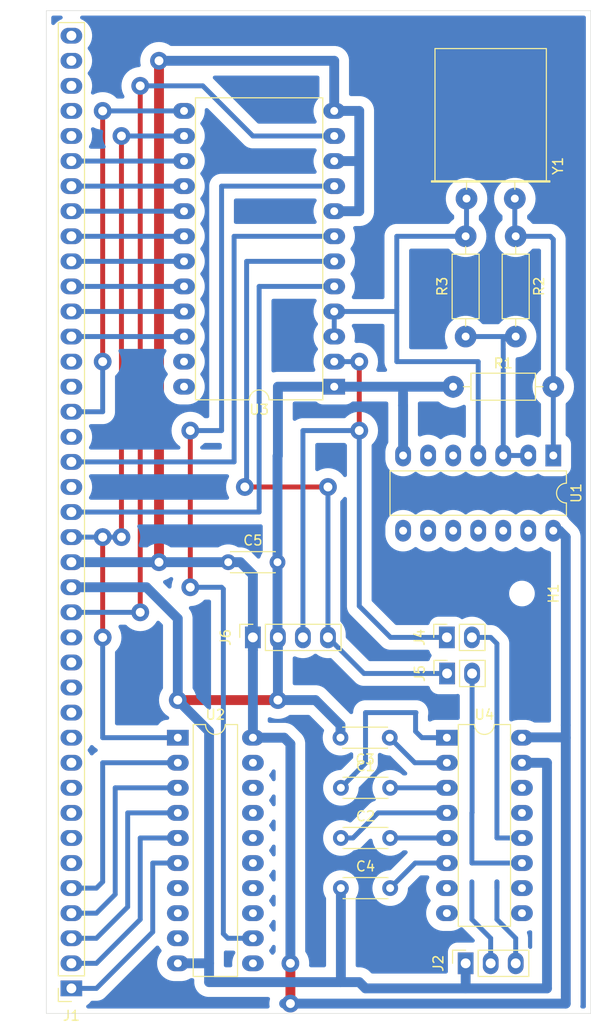
<source format=kicad_pcb>
(kicad_pcb (version 20240108) (generator "pcbnew") (generator_version "8.0")
  (layers (0 "F.Cu" signal) (31 "B.Cu" signal) (34 "B.Paste" user) (35 "F.Paste" user) (36 "B.SilkS" user "B.Silkscreen") (37 "F.SilkS" user "F.Silkscreen") (38 "B.Mask" user) (39 "F.Mask" user) (44 "Edge.Cuts" user))
  (net 0 "")
  (net 1 "Net-(U4-C1+)")
  (net 2 "Net-(U4-C1-)")
  (net 3 "Net-(U4-C2-)")
  (net 4 "Net-(U4-C2+)")
  (net 5 "GND")
  (net 6 "Net-(U4-VS+)")
  (net 7 "Net-(U4-VS-)")
  (net 10 "Net-(J1-D5)")
  (net 12 "Net-(J1-D6)")
  (net 13 "VCC")
  (net 15 "Net-(J1-A13)")
  (net 17 "Net-(J1-RW)")
  (net 18 "Net-(J1-IRQ)")
  (net 19 "Net-(J1-A0)")
  (net 20 "Net-(J1-RESET)")
  (net 21 "Net-(J1-A11)")
  (net 22 "Net-(J1-D1)")
  (net 23 "Net-(J1-A12)")
  (net 26 "Net-(J1-A14)")
  (net 27 "Net-(J1-A15)")
  (net 33 "Net-(J1-PHI2)")
  (net 35 "Net-(J1-D4)")
  (net 36 "Net-(J1-D2)")
  (net 40 "Net-(J1-D0)")
  (net 41 "Net-(J1-D7)")
  (net 44 "Net-(J1-D3)")
  (net 46 "/Pin2")
  (net 47 "/Pin3")
  (net 48 "/RxD")
  (net 49 "/TxD")
  (net 50 "Net-(J4-Pin_2)")
  (net 51 "Net-(J5-Pin_2)")
  (net 52 "Net-(R1-Pad2)")
  (net 53 "Net-(R2-Pad2)")
  (net 54 "Net-(U3-Rx_CLK)")
  (net 55 "Net-(U2-IO8)")
  (footprint "Capacitor_THT:C_Disc_D4.3mm_W1.9mm_P5.00mm" (layer "F.Cu") (at 123.745 137.795 180)
    (property "Reference" "C3" (at 2.5 -2.2 0) (layer "F.SilkS"))
    (property "Value" "1uF")
    (fp_line (start 4.77 1.055) (end 4.77 1.07) (stroke (width 0.12)) (layer "F.SilkS"))
    (fp_line (start 4.77 -1.07) (end 4.77 -1.055) (stroke (width 0.12)) (layer "F.SilkS"))
    (fp_line (start 0.23 1.07) (end 4.77 1.07) (stroke (width 0.12)) (layer "F.SilkS"))
    (fp_line (start 0.23 1.055) (end 0.23 1.07) (stroke (width 0.12)) (layer "F.SilkS"))
    (fp_line (start 0.23 -1.07) (end 4.77 -1.07) (stroke (width 0.12)) (layer "F.SilkS"))
    (fp_line (start 0.23 -1.07) (end 0.23 -1.055) (stroke (width 0.12)) (layer "F.SilkS"))
    (pad "1" thru_hole circle (at 0 0 180) (size 1.6 1.6) (drill 0.8) (layers "*.Cu" "*.Mask") (net 6 "Net-(U4-VS+)"))
    (pad "2" thru_hole circle (at 5 0 180) (size 1.6 1.6) (drill 0.8) (layers "*.Cu" "*.Mask") (net 5 "GND"))
  )
  (footprint "Connector_PinSocket_2.54mm:PinSocket_1x39_P2.54mm_Vertical" (layer "F.Cu") (at 91.44 163.195 180)
    (property "Reference" "J1" (at 0 -2.77 0) (layer "F.SilkS"))
    (property "Value" "RC6502_Backplane")
    (fp_line (start 1.33 1.27) (end 1.33 97.85) (stroke (width 0.12)) (layer "F.SilkS"))
    (fp_line (start 1.33 -1.33) (end 1.33 0) (stroke (width 0.12)) (layer "F.SilkS"))
    (fp_line (start 0 -1.33) (end 1.33 -1.33) (stroke (width 0.12)) (layer "F.SilkS"))
    (fp_line (start -1.33 97.85) (end 1.33 97.85) (stroke (width 0.12)) (layer "F.SilkS"))
    (fp_line (start -1.33 1.27) (end 1.33 1.27) (stroke (width 0.12)) (layer "F.SilkS"))
    (fp_line (start -1.33 1.27) (end -1.33 97.85) (stroke (width 0.12)) (layer "F.SilkS"))
    (pad "1" thru_hole rect (at 0 0 180) (size 2.2 1.6) (drill 1) (layers "*.Cu" "*.Mask") (net 27 "Net-(J1-A15)"))
    (pad "2" thru_hole oval (at 0 2.54 180) (size 2.2 1.6) (drill 1) (layers "*.Cu" "*.Mask") (net 26 "Net-(J1-A14)"))
    (pad "3" thru_hole oval (at 0 5.08 180) (size 2.2 1.6) (drill 1) (layers "*.Cu" "*.Mask") (net 15 "Net-(J1-A13)"))
    (pad "4" thru_hole oval (at 0 7.62 180) (size 2.2 1.6) (drill 1) (layers "*.Cu" "*.Mask") (net 23 "Net-(J1-A12)"))
    (pad "5" thru_hole oval (at 0 10.16 180) (size 2.2 1.6) (drill 1) (layers "*.Cu" "*.Mask") (net 21 "Net-(J1-A11)"))
    (pad "6" thru_hole oval (at 0 12.7 180) (size 2.2 1.6) (drill 1) (layers "*.Cu" "*.Mask"))
    (pad "7" thru_hole oval (at 0 15.24 180) (size 2.2 1.6) (drill 1) (layers "*.Cu" "*.Mask"))
    (pad "8" thru_hole oval (at 0 17.78 180) (size 2.2 1.6) (drill 1) (layers "*.Cu" "*.Mask"))
    (pad "9" thru_hole oval (at 0 20.32 180) (size 2.2 1.6) (drill 1) (layers "*.Cu" "*.Mask"))
    (pad "10" thru_hole oval (at 0 22.86 180) (size 2.2 1.6) (drill 1) (layers "*.Cu" "*.Mask"))
    (pad "11" thru_hole oval (at 0 25.4 180) (size 2.2 1.6) (drill 1) (layers "*.Cu" "*.Mask"))
    (pad "12" thru_hole oval (at 0 27.94 180) (size 2.2 1.6) (drill 1) (layers "*.Cu" "*.Mask"))
    (pad "13" thru_hole oval (at 0 30.48 180) (size 2.2 1.6) (drill 1) (layers "*.Cu" "*.Mask"))
    (pad "14" thru_hole oval (at 0 33.02 180) (size 2.2 1.6) (drill 1) (layers "*.Cu" "*.Mask"))
    (pad "15" thru_hole oval (at 0 35.56 180) (size 2.2 1.6) (drill 1) (layers "*.Cu" "*.Mask"))
    (pad "16" thru_hole oval (at 0 38.1 180) (size 2.2 1.6) (drill 1) (layers "*.Cu" "*.Mask") (net 19 "Net-(J1-A0)"))
    (pad "17" thru_hole oval (at 0 40.64 180) (size 2.2 1.6) (drill 1) (layers "*.Cu" "*.Mask") (net 5 "GND"))
    (pad "18" thru_hole oval (at 0 43.18 180) (size 2.2 1.6) (drill 1) (layers "*.Cu" "*.Mask") (net 13 "VCC"))
    (pad "19" thru_hole oval (at 0 45.72 180) (size 2.2 1.6) (drill 1) (layers "*.Cu" "*.Mask") (net 33 "Net-(J1-PHI2)"))
    (pad "20" thru_hole oval (at 0 48.26 180) (size 2.2 1.6) (drill 1) (layers "*.Cu" "*.Mask") (net 20 "Net-(J1-RESET)"))
    (pad "21" thru_hole oval (at 0 50.8 180) (size 2.2 1.6) (drill 1) (layers "*.Cu" "*.Mask"))
    (pad "22" thru_hole oval (at 0 53.34 180) (size 2.2 1.6) (drill 1) (layers "*.Cu" "*.Mask") (net 18 "Net-(J1-IRQ)"))
    (pad "23" thru_hole oval (at 0 55.88 180) (size 2.2 1.6) (drill 1) (layers "*.Cu" "*.Mask"))
    (pad "24" thru_hole oval (at 0 58.42 180) (size 2.2 1.6) (drill 1) (layers "*.Cu" "*.Mask") (net 17 "Net-(J1-RW)"))
    (pad "25" thru_hole oval (at 0 60.96 180) (size 2.2 1.6) (drill 1) (layers "*.Cu" "*.Mask"))
    (pad "26" thru_hole oval (at 0 63.5 180) (size 2.2 1.6) (drill 1) (layers "*.Cu" "*.Mask"))
    (pad "27" thru_hole oval (at 0 66.04 180) (size 2.2 1.6) (drill 1) (layers "*.Cu" "*.Mask") (net 40 "Net-(J1-D0)"))
    (pad "28" thru_hole oval (at 0 68.58 180) (size 2.2 1.6) (drill 1) (layers "*.Cu" "*.Mask") (net 22 "Net-(J1-D1)"))
    (pad "29" thru_hole oval (at 0 71.12 180) (size 2.2 1.6) (drill 1) (layers "*.Cu" "*.Mask") (net 36 "Net-(J1-D2)"))
    (pad "30" thru_hole oval (at 0 73.66 180) (size 2.2 1.6) (drill 1) (layers "*.Cu" "*.Mask") (net 44 "Net-(J1-D3)"))
    (pad "31" thru_hole oval (at 0 76.2 180) (size 2.2 1.6) (drill 1) (layers "*.Cu" "*.Mask") (net 35 "Net-(J1-D4)"))
    (pad "32" thru_hole oval (at 0 78.74 180) (size 2.2 1.6) (drill 1) (layers "*.Cu" "*.Mask") (net 10 "Net-(J1-D5)"))
    (pad "33" thru_hole oval (at 0 81.28 180) (size 2.2 1.6) (drill 1) (layers "*.Cu" "*.Mask") (net 12 "Net-(J1-D6)"))
    (pad "34" thru_hole oval (at 0 83.82 180) (size 2.2 1.6) (drill 1) (layers "*.Cu" "*.Mask") (net 41 "Net-(J1-D7)"))
    (pad "35" thru_hole oval (at 0 86.36 180) (size 2.2 1.6) (drill 1) (layers "*.Cu" "*.Mask"))
    (pad "36" thru_hole oval (at 0 88.9 180) (size 2.2 1.6) (drill 1) (layers "*.Cu" "*.Mask"))
    (pad "37" thru_hole oval (at 0 91.44 180) (size 2.2 1.6) (drill 1) (layers "*.Cu" "*.Mask"))
    (pad "38" thru_hole oval (at 0 93.98 180) (size 2.2 1.6) (drill 1) (layers "*.Cu" "*.Mask"))
    (pad "39" thru_hole oval (at 0 96.52 180) (size 2.2 1.6) (drill 1) (layers "*.Cu" "*.Mask"))
  )
  (footprint "Capacitor_THT:C_Disc_D4.3mm_W1.9mm_P5.00mm" (layer "F.Cu") (at 107.355 120.015)
    (property "Reference" "C5" (at 2.5 -2.2 0) (layer "F.SilkS"))
    (property "Value" "0.1uF")
    (fp_line (start 0.23 -1.07) (end 0.23 -1.055) (stroke (width 0.12)) (layer "F.SilkS"))
    (fp_line (start 0.23 -1.07) (end 4.77 -1.07) (stroke (width 0.12)) (layer "F.SilkS"))
    (fp_line (start 0.23 1.055) (end 0.23 1.07) (stroke (width 0.12)) (layer "F.SilkS"))
    (fp_line (start 0.23 1.07) (end 4.77 1.07) (stroke (width 0.12)) (layer "F.SilkS"))
    (fp_line (start 4.77 -1.07) (end 4.77 -1.055) (stroke (width 0.12)) (layer "F.SilkS"))
    (fp_line (start 4.77 1.055) (end 4.77 1.07) (stroke (width 0.12)) (layer "F.SilkS"))
    (pad "1" thru_hole circle (at 0 0) (size 1.6 1.6) (drill 0.8) (layers "*.Cu" "*.Mask") (net 13 "VCC"))
    (pad "2" thru_hole circle (at 5 0) (size 1.6 1.6) (drill 0.8) (layers "*.Cu" "*.Mask") (net 5 "GND"))
  )
  (footprint "MountingHole:MountingHole_2.1mm" (layer "F.Cu") (at 137.16 123.19 -90)
    (property "Reference" "H1" (at 0 -3.2 90) (layer "F.SilkS"))
    (property "Value" "MountingHole")
    (pad "" np_thru_hole circle (at 0 0 270) (size 2.1 2.1) (drill 2.1) (layers "*.Cu" "*.Mask"))
  )
  (footprint "Package_DIP:DIP-20_W7.62mm_LongPads" (layer "F.Cu") (at 102.24 137.795)
    (property "Reference" "U2" (at 3.81 -2.33 0) (layer "F.SilkS"))
    (property "Value" "ATF16V8B")
    (fp_line (start 1.56 -1.33) (end 1.56 24.19) (stroke (width 0.12)) (layer "F.SilkS"))
    (fp_line (start 1.56 24.19) (end 6.06 24.19) (stroke (width 0.12)) (layer "F.SilkS"))
    (fp_line (start 2.81 -1.33) (end 1.56 -1.33) (stroke (width 0.12)) (layer "F.SilkS"))
    (fp_line (start 6.06 -1.33) (end 4.81 -1.33) (stroke (width 0.12)) (layer "F.SilkS"))
    (fp_line (start 6.06 24.19) (end 6.06 -1.33) (stroke (width 0.12)) (layer "F.SilkS"))
    (fp_arc (start 4.81 -1.33) (mid 3.81 -0.33) (end 2.81 -1.33) (stroke (width 0.12)) (layer "F.SilkS"))
    (pad "1" thru_hole rect (at 0 0) (size 2.2 1.6) (drill 0.8) (layers "*.Cu" "*.Mask") (net 33 "Net-(J1-PHI2)"))
    (pad "2" thru_hole oval (at 0 2.54) (size 2.2 1.6) (drill 0.8) (layers "*.Cu" "*.Mask") (net 21 "Net-(J1-A11)"))
    (pad "3" thru_hole oval (at 0 5.08) (size 2.2 1.6) (drill 0.8) (layers "*.Cu" "*.Mask") (net 23 "Net-(J1-A12)"))
    (pad "4" thru_hole oval (at 0 7.62) (size 2.2 1.6) (drill 0.8) (layers "*.Cu" "*.Mask") (net 15 "Net-(J1-A13)"))
    (pad "5" thru_hole oval (at 0 10.16) (size 2.2 1.6) (drill 0.8) (layers "*.Cu" "*.Mask") (net 26 "Net-(J1-A14)"))
    (pad "6" thru_hole oval (at 0 12.7) (size 2.2 1.6) (drill 0.8) (layers "*.Cu" "*.Mask") (net 27 "Net-(J1-A15)"))
    (pad "7" thru_hole oval (at 0 15.24) (size 2.2 1.6) (drill 0.8) (layers "*.Cu" "*.Mask"))
    (pad "8" thru_hole oval (at 0 17.78) (size 2.2 1.6) (drill 0.8) (layers "*.Cu" "*.Mask"))
    (pad "9" thru_hole oval (at 0 20.32) (size 2.2 1.6) (drill 0.8) (layers "*.Cu" "*.Mask"))
    (pad "10" thru_hole oval (at 0 22.86) (size 2.2 1.6) (drill 0.8) (layers "*.Cu" "*.Mask") (net 5 "GND"))
    (pad "11" thru_hole oval (at 7.62 22.86) (size 2.2 1.6) (drill 0.8) (layers "*.Cu" "*.Mask"))
    (pad "12" thru_hole oval (at 7.62 20.32) (size 2.2 1.6) (drill 0.8) (layers "*.Cu" "*.Mask") (net 55 "Net-(U2-IO8)"))
    (pad "13" thru_hole oval (at 7.62 17.78) (size 2.2 1.6) (drill 0.8) (layers "*.Cu" "*.Mask"))
    (pad "14" thru_hole oval (at 7.62 15.24) (size 2.2 1.6) (drill 0.8) (layers "*.Cu" "*.Mask"))
    (pad "15" thru_hole oval (at 7.62 12.7) (size 2.2 1.6) (drill 0.8) (layers "*.Cu" "*.Mask"))
    (pad "16" thru_hole oval (at 7.62 10.16) (size 2.2 1.6) (drill 0.8) (layers "*.Cu" "*.Mask"))
    (pad "17" thru_hole oval (at 7.62 7.62) (size 2.2 1.6) (drill 0.8) (layers "*.Cu" "*.Mask"))
    (pad "18" thru_hole oval (at 7.62 5.08) (size 2.2 1.6) (drill 0.8) (layers "*.Cu" "*.Mask"))
    (pad "19" thru_hole oval (at 7.62 2.54) (size 2.2 1.6) (drill 0.8) (layers "*.Cu" "*.Mask"))
    (pad "20" thru_hole oval (at 7.62 0) (size 2.2 1.6) (drill 0.8) (layers "*.Cu" "*.Mask") (net 13 "VCC"))
  )
  (footprint "Connector_PinSocket_2.54mm:PinSocket_1x03_P2.54mm_Vertical" (layer "F.Cu") (at 131.445 160.655 90)
    (property "Reference" "J2" (at 0 -2.77 90) (layer "F.SilkS"))
    (property "Value" "RS232")
    (fp_line (start 1.33 -1.33) (end 1.33 0) (stroke (width 0.12)) (layer "F.SilkS"))
    (fp_line (start 0 -1.33) (end 1.33 -1.33) (stroke (width 0.12)) (layer "F.SilkS"))
    (fp_line (start 1.33 1.27) (end 1.33 6.41) (stroke (width 0.12)) (layer "F.SilkS"))
    (fp_line (start -1.33 1.27) (end 1.33 1.27) (stroke (width 0.12)) (layer "F.SilkS"))
    (fp_line (start -1.33 1.27) (end -1.33 6.41) (stroke (width 0.12)) (layer "F.SilkS"))
    (fp_line (start -1.33 6.41) (end 1.33 6.41) (stroke (width 0.12)) (layer "F.SilkS"))
    (pad "1" thru_hole rect (at 0 0 90) (size 2.2 1.6) (drill 1) (layers "*.Cu" "*.Mask") (net 5 "GND"))
    (pad "2" thru_hole oval (at 0 2.54 90) (size 2.2 1.6) (drill 1) (layers "*.Cu" "*.Mask") (net 46 "/Pin2"))
    (pad "3" thru_hole oval (at 0 5.08 90) (size 2.2 1.6) (drill 1) (layers "*.Cu" "*.Mask") (net 47 "/Pin3"))
  )
  (footprint "Resistor_THT:R_Axial_DIN0207_L6.3mm_D2.5mm_P10.16mm_Horizontal" (layer "F.Cu") (at 130.175 102.235)
    (property "Reference" "R1" (at 5.08 -2.37 0) (layer "F.SilkS"))
    (property "Value" "33k")
    (fp_line (start 1.04 0) (end 1.81 0) (stroke (width 0.12)) (layer "F.SilkS"))
    (fp_line (start 1.81 -1.37) (end 1.81 1.37) (stroke (width 0.12)) (layer "F.SilkS"))
    (fp_line (start 1.81 1.37) (end 8.35 1.37) (stroke (width 0.12)) (layer "F.SilkS"))
    (fp_line (start 8.35 -1.37) (end 1.81 -1.37) (stroke (width 0.12)) (layer "F.SilkS"))
    (fp_line (start 8.35 1.37) (end 8.35 -1.37) (stroke (width 0.12)) (layer "F.SilkS"))
    (fp_line (start 9.12 0) (end 8.35 0) (stroke (width 0.12)) (layer "F.SilkS"))
    (pad "1" thru_hole circle (at 0 0) (size 2.2 1.6) (drill 0.8) (layers "*.Cu" "*.Mask") (net 5 "GND"))
    (pad "2" thru_hole circle (at 10.16 0) (size 2.2 2.2) (drill 0.8) (layers "*.Cu" "*.Mask") (net 52 "Net-(R1-Pad2)"))
  )
  (footprint "Resistor_THT:R_Axial_DIN0207_L6.3mm_D2.5mm_P10.16mm_Horizontal" (layer "F.Cu") (at 131.445 97.155 90)
    (property "Reference" "R3" (at 5.08 -2.37 90) (layer "F.SilkS"))
    (property "Value" "1.8k")
    (fp_line (start 8.35 -1.37) (end 1.81 -1.37) (stroke (width 0.12)) (layer "F.SilkS"))
    (fp_line (start 1.81 -1.37) (end 1.81 1.37) (stroke (width 0.12)) (layer "F.SilkS"))
    (fp_line (start 9.12 0) (end 8.35 0) (stroke (width 0.12)) (layer "F.SilkS"))
    (fp_line (start 1.04 0) (end 1.81 0) (stroke (width 0.12)) (layer "F.SilkS"))
    (fp_line (start 8.35 1.37) (end 8.35 -1.37) (stroke (width 0.12)) (layer "F.SilkS"))
    (fp_line (start 1.81 1.37) (end 8.35 1.37) (stroke (width 0.12)) (layer "F.SilkS"))
    (pad "1" thru_hole circle (at 0 0 90) (size 2.2 1.6) (drill 0.8) (layers "*.Cu" "*.Mask") (net 53 "Net-(R2-Pad2)"))
    (pad "2" thru_hole circle (at 10.16 0 90) (size 2.2 2.2) (drill 0.8) (layers "*.Cu" "*.Mask") (net 54 "Net-(U3-Rx_CLK)"))
  )
  (footprint "Resistor_THT:R_Axial_DIN0207_L6.3mm_D2.5mm_P10.16mm_Horizontal" (layer "F.Cu") (at 136.525 86.995 -90)
    (property "Reference" "R2" (at 5.08 -2.37 90) (layer "F.SilkS"))
    (property "Value" "1.8k")
    (fp_line (start 1.81 1.37) (end 8.35 1.37) (stroke (width 0.12)) (layer "F.SilkS"))
    (fp_line (start 8.35 1.37) (end 8.35 -1.37) (stroke (width 0.12)) (layer "F.SilkS"))
    (fp_line (start 1.04 0) (end 1.81 0) (stroke (width 0.12)) (layer "F.SilkS"))
    (fp_line (start 9.12 0) (end 8.35 0) (stroke (width 0.12)) (layer "F.SilkS"))
    (fp_line (start 1.81 -1.37) (end 1.81 1.37) (stroke (width 0.12)) (layer "F.SilkS"))
    (fp_line (start 8.35 -1.37) (end 1.81 -1.37) (stroke (width 0.12)) (layer "F.SilkS"))
    (pad "1" thru_hole circle (at 0 0 270) (size 2.2 1.6) (drill 0.8) (layers "*.Cu" "*.Mask") (net 52 "Net-(R1-Pad2)"))
    (pad "2" thru_hole circle (at 10.16 0 270) (size 2.2 2.2) (drill 0.8) (layers "*.Cu" "*.Mask") (net 53 "Net-(R2-Pad2)"))
  )
  (footprint "Connector_PinSocket_2.54mm:PinSocket_1x04_P2.54mm_Vertical" (layer "F.Cu") (at 109.855 127.635 90)
    (property "Reference" "J6" (at 0 -2.77 90) (layer "F.SilkS"))
    (property "Value" "UART")
    (fp_line (start 1.33 -1.33) (end 1.33 0) (stroke (width 0.12)) (layer "F.SilkS"))
    (fp_line (start 0 -1.33) (end 1.33 -1.33) (stroke (width 0.12)) (layer "F.SilkS"))
    (fp_line (start 1.33 1.27) (end 1.33 8.95) (stroke (width 0.12)) (layer "F.SilkS"))
    (fp_line (start -1.33 1.27) (end 1.33 1.27) (stroke (width 0.12)) (layer "F.SilkS"))
    (fp_line (start -1.33 1.27) (end -1.33 8.95) (stroke (width 0.12)) (layer "F.SilkS"))
    (fp_line (start -1.33 8.95) (end 1.33 8.95) (stroke (width 0.12)) (layer "F.SilkS"))
    (pad "1" thru_hole rect (at 0 0 90) (size 2.2 1.6) (drill 1) (layers "*.Cu" "*.Mask") (net 13 "VCC"))
    (pad "2" thru_hole oval (at 0 2.54 90) (size 2.2 1.6) (drill 1) (layers "*.Cu" "*.Mask") (net 5 "GND"))
    (pad "3" thru_hole oval (at 0 5.08 90) (size 2.2 1.6) (drill 1) (layers "*.Cu" "*.Mask") (net 48 "/RxD"))
    (pad "4" thru_hole oval (at 0 7.62 90) (size 2.2 1.6) (drill 1) (layers "*.Cu" "*.Mask") (net 49 "/TxD"))
  )
  (footprint "Connector_PinSocket_2.54mm:PinSocket_1x02_P2.54mm_Vertical" (layer "F.Cu") (at 129.54 127.635 90)
    (property "Reference" "J4" (at 0 -2.77 90) (layer "F.SilkS"))
    (property "Value" "Conn_01x02_Pin")
    (fp_line (start 1.33 -1.33) (end 1.33 0) (stroke (width 0.12)) (layer "F.SilkS"))
    (fp_line (start 0 -1.33) (end 1.33 -1.33) (stroke (width 0.12)) (layer "F.SilkS"))
    (fp_line (start 1.33 1.27) (end 1.33 3.87) (stroke (width 0.12)) (layer "F.SilkS"))
    (fp_line (start -1.33 1.27) (end 1.33 1.27) (stroke (width 0.12)) (layer "F.SilkS"))
    (fp_line (start -1.33 1.27) (end -1.33 3.87) (stroke (width 0.12)) (layer "F.SilkS"))
    (fp_line (start -1.33 3.87) (end 1.33 3.87) (stroke (width 0.12)) (layer "F.SilkS"))
    (pad "1" thru_hole rect (at 0 0 90) (size 2.2 1.6) (drill 1) (layers "*.Cu" "*.Mask") (net 48 "/RxD"))
    (pad "2" thru_hole oval (at 0 2.54 90) (size 2.2 1.6) (drill 1) (layers "*.Cu" "*.Mask") (net 50 "Net-(J4-Pin_2)"))
  )
  (footprint "Capacitor_THT:C_Disc_D4.3mm_W1.9mm_P5.00mm" (layer "F.Cu") (at 118.785 153.035)
    (property "Reference" "C4" (at 2.5 -2.2 0) (layer "F.SilkS"))
    (property "Value" "1uF")
    (fp_line (start 0.23 -1.07) (end 0.23 -1.055) (stroke (width 0.12)) (layer "F.SilkS"))
    (fp_line (start 0.23 -1.07) (end 4.77 -1.07) (stroke (width 0.12)) (layer "F.SilkS"))
    (fp_line (start 0.23 1.055) (end 0.23 1.07) (stroke (width 0.12)) (layer "F.SilkS"))
    (fp_line (start 0.23 1.07) (end 4.77 1.07) (stroke (width 0.12)) (layer "F.SilkS"))
    (fp_line (start 4.77 -1.07) (end 4.77 -1.055) (stroke (width 0.12)) (layer "F.SilkS"))
    (fp_line (start 4.77 1.055) (end 4.77 1.07) (stroke (width 0.12)) (layer "F.SilkS"))
    (pad "1" thru_hole circle (at 0 0) (size 1.6 1.6) (drill 0.8) (layers "*.Cu" "*.Mask") (net 5 "GND"))
    (pad "2" thru_hole circle (at 5 0) (size 1.6 1.6) (drill 0.8) (layers "*.Cu" "*.Mask") (net 7 "Net-(U4-VS-)"))
  )
  (footprint "Capacitor_THT:C_Disc_D4.3mm_W1.9mm_P5.00mm" (layer "F.Cu") (at 118.785 147.955)
    (property "Reference" "C2" (at 2.5 -2.2 0) (layer "F.SilkS"))
    (property "Value" "1uF")
    (fp_line (start 0.23 -1.07) (end 0.23 -1.055) (stroke (width 0.12)) (layer "F.SilkS"))
    (fp_line (start 0.23 -1.07) (end 4.77 -1.07) (stroke (width 0.12)) (layer "F.SilkS"))
    (fp_line (start 0.23 1.055) (end 0.23 1.07) (stroke (width 0.12)) (layer "F.SilkS"))
    (fp_line (start 0.23 1.07) (end 4.77 1.07) (stroke (width 0.12)) (layer "F.SilkS"))
    (fp_line (start 4.77 -1.07) (end 4.77 -1.055) (stroke (width 0.12)) (layer "F.SilkS"))
    (fp_line (start 4.77 1.055) (end 4.77 1.07) (stroke (width 0.12)) (layer "F.SilkS"))
    (pad "1" thru_hole circle (at 0 0) (size 1.6 1.6) (drill 0.8) (layers "*.Cu" "*.Mask") (net 4 "Net-(U4-C2+)"))
    (pad "2" thru_hole circle (at 5 0) (size 1.6 1.6) (drill 0.8) (layers "*.Cu" "*.Mask") (net 3 "Net-(U4-C2-)"))
  )
  (footprint "Package_DIP:DIP-16_W7.62mm" (layer "F.Cu") (at 129.54 137.795)
    (property "Reference" "U4" (at 3.81 -2.33 0) (layer "F.SilkS"))
    (property "Value" "MAX3232")
    (fp_line (start 1.16 -1.33) (end 1.16 19.11) (stroke (width 0.12)) (layer "F.SilkS"))
    (fp_line (start 1.16 19.11) (end 6.46 19.11) (stroke (width 0.12)) (layer "F.SilkS"))
    (fp_line (start 2.81 -1.33) (end 1.16 -1.33) (stroke (width 0.12)) (layer "F.SilkS"))
    (fp_line (start 6.46 -1.33) (end 4.81 -1.33) (stroke (width 0.12)) (layer "F.SilkS"))
    (fp_line (start 6.46 19.11) (end 6.46 -1.33) (stroke (width 0.12)) (layer "F.SilkS"))
    (fp_arc (start 4.81 -1.33) (mid 3.81 -0.33) (end 2.81 -1.33) (stroke (width 0.12)) (layer "F.SilkS"))
    (pad "1" thru_hole rect (at 0 0) (size 2.2 1.6) (drill 0.8) (layers "*.Cu" "*.Mask") (net 1 "Net-(U4-C1+)"))
    (pad "2" thru_hole oval (at 0 2.54) (size 2.2 1.6) (drill 0.8) (layers "*.Cu" "*.Mask") (net 6 "Net-(U4-VS+)"))
    (pad "3" thru_hole oval (at 0 5.08) (size 2.2 1.6) (drill 0.8) (layers "*.Cu" "*.Mask") (net 2 "Net-(U4-C1-)"))
    (pad "4" thru_hole oval (at 0 7.62) (size 2.2 1.6) (drill 0.8) (layers "*.Cu" "*.Mask") (net 4 "Net-(U4-C2+)"))
    (pad "5" thru_hole oval (at 0 10.16) (size 2.2 1.6) (drill 0.8) (layers "*.Cu" "*.Mask") (net 3 "Net-(U4-C2-)"))
    (pad "6" thru_hole oval (at 0 12.7) (size 2.2 1.6) (drill 0.8) (layers "*.Cu" "*.Mask") (net 7 "Net-(U4-VS-)"))
    (pad "7" thru_hole oval (at 0 15.24) (size 2.2 1.6) (drill 0.8) (layers "*.Cu" "*.Mask"))
    (pad "8" thru_hole oval (at 0 17.78) (size 2.2 1.6) (drill 0.8) (layers "*.Cu" "*.Mask"))
    (pad "9" thru_hole oval (at 7.62 17.78) (size 2.2 1.6) (drill 0.8) (layers "*.Cu" "*.Mask"))
    (pad "10" thru_hole oval (at 7.62 15.24) (size 2.2 1.6) (drill 0.8) (layers "*.Cu" "*.Mask"))
    (pad "11" thru_hole oval (at 7.62 12.7) (size 2.2 1.6) (drill 0.8) (layers "*.Cu" "*.Mask") (net 51 "Net-(J5-Pin_2)"))
    (pad "12" thru_hole oval (at 7.62 10.16) (size 2.2 1.6) (drill 0.8) (layers "*.Cu" "*.Mask") (net 50 "Net-(J4-Pin_2)"))
    (pad "13" thru_hole oval (at 7.62 7.62) (size 2.2 1.6) (drill 0.8) (layers "*.Cu" "*.Mask") (net 46 "/Pin2"))
    (pad "14" thru_hole oval (at 7.62 5.08) (size 2.2 1.6) (drill 0.8) (layers "*.Cu" "*.Mask") (net 47 "/Pin3"))
    (pad "15" thru_hole oval (at 7.62 2.54) (size 2.2 1.6) (drill 0.8) (layers "*.Cu" "*.Mask") (net 5 "GND"))
    (pad "16" thru_hole oval (at 7.62 0) (size 2.2 1.6) (drill 0.8) (layers "*.Cu" "*.Mask") (net 13 "VCC"))
  )
  (footprint "Capacitor_THT:C_Disc_D4.3mm_W1.9mm_P5.00mm" (layer "F.Cu") (at 118.785 142.875)
    (property "Reference" "C1" (at 2.5 -2.2 0) (layer "F.SilkS"))
    (property "Value" "1uF")
    (fp_line (start 0.23 -1.07) (end 0.23 -1.055) (stroke (width 0.12)) (layer "F.SilkS"))
    (fp_line (start 0.23 -1.07) (end 4.77 -1.07) (stroke (width 0.12)) (layer "F.SilkS"))
    (fp_line (start 0.23 1.055) (end 0.23 1.07) (stroke (width 0.12)) (layer "F.SilkS"))
    (fp_line (start 0.23 1.07) (end 4.77 1.07) (stroke (width 0.12)) (layer "F.SilkS"))
    (fp_line (start 4.77 -1.07) (end 4.77 -1.055) (stroke (width 0.12)) (layer "F.SilkS"))
    (fp_line (start 4.77 1.055) (end 4.77 1.07) (stroke (width 0.12)) (layer "F.SilkS"))
    (pad "1" thru_hole circle (at 0 0) (size 1.6 1.6) (drill 0.8) (layers "*.Cu" "*.Mask") (net 1 "Net-(U4-C1+)"))
    (pad "2" thru_hole circle (at 5 0) (size 1.6 1.6) (drill 0.8) (layers "*.Cu" "*.Mask") (net 2 "Net-(U4-C1-)"))
  )
  (footprint "Package_DIP:DIP-24_W15.24mm" (layer "F.Cu") (at 118.11 102.235 180)
    (property "Reference" "U3" (at 7.62 -2.33 0) (layer "F.SilkS"))
    (property "Value" "MC6850")
    (fp_line (start 14.08 29.27) (end 14.08 -1.33) (stroke (width 0.12)) (layer "F.SilkS"))
    (fp_line (start 14.08 -1.33) (end 8.62 -1.33) (stroke (width 0.12)) (layer "F.SilkS"))
    (fp_line (start 6.62 -1.33) (end 1.16 -1.33) (stroke (width 0.12)) (layer "F.SilkS"))
    (fp_line (start 1.16 29.27) (end 14.08 29.27) (stroke (width 0.12)) (layer "F.SilkS"))
    (fp_line (start 1.16 -1.33) (end 1.16 29.27) (stroke (width 0.12)) (layer "F.SilkS"))
    (fp_arc (start 8.62 -1.33) (mid 7.62 -0.33) (end 6.62 -1.33) (stroke (width 0.12)) (layer "F.SilkS"))
    (pad "1" thru_hole rect (at 0 0 180) (size 2.2 1.6) (drill 0.8) (layers "*.Cu" "*.Mask") (net 5 "GND"))
    (pad "2" thru_hole oval (at 0 2.54 180) (size 2.2 1.6) (drill 0.8) (layers "*.Cu" "*.Mask") (net 48 "/RxD"))
    (pad "3" thru_hole oval (at 0 5.08 180) (size 2.2 1.6) (drill 0.8) (layers "*.Cu" "*.Mask") (net 54 "Net-(U3-Rx_CLK)"))
    (pad "4" thru_hole oval (at 0 7.62 180) (size 2.2 1.6) (drill 0.8) (layers "*.Cu" "*.Mask") (net 54 "Net-(U3-Rx_CLK)"))
    (pad "5" thru_hole oval (at 0 10.16 180) (size 2.2 1.6) (drill 0.8) (layers "*.Cu" "*.Mask") (net 20 "Net-(J1-RESET)"))
    (pad "6" thru_hole oval (at 0 12.7 180) (size 2.2 1.6) (drill 0.8) (layers "*.Cu" "*.Mask") (net 49 "/TxD"))
    (pad "7" thru_hole oval (at 0 15.24 180) (size 2.2 1.6) (drill 0.8) (layers "*.Cu" "*.Mask") (net 18 "Net-(J1-IRQ)"))
    (pad "8" thru_hole oval (at 0 17.78 180) (size 2.2 1.6) (drill 0.8) (layers "*.Cu" "*.Mask") (net 13 "VCC"))
    (pad "9" thru_hole oval (at 0 20.32 180) (size 2.2 1.6) (drill 0.8) (layers "*.Cu" "*.Mask") (net 55 "Net-(U2-IO8)"))
    (pad "10" thru_hole oval (at 0 22.86 180) (size 2.2 1.6) (drill 0.8) (layers "*.Cu" "*.Mask") (net 13 "VCC"))
    (pad "11" thru_hole oval (at 0 25.4 180) (size 2.2 1.6) (drill 0.8) (layers "*.Cu" "*.Mask") (net 19 "Net-(J1-A0)"))
    (pad "12" thru_hole oval (at 0 27.94 180) (size 2.2 1.6) (drill 0.8) (layers "*.Cu" "*.Mask") (net 13 "VCC"))
    (pad "13" thru_hole oval (at 15.24 27.94 180) (size 2.2 1.6) (drill 0.8) (layers "*.Cu" "*.Mask") (net 17 "Net-(J1-RW)"))
    (pad "14" thru_hole oval (at 15.24 25.4 180) (size 2.2 1.6) (drill 0.8) (layers "*.Cu" "*.Mask") (net 33 "Net-(J1-PHI2)"))
    (pad "15" thru_hole oval (at 15.24 22.86 180) (size 2.2 1.6) (drill 0.8) (layers "*.Cu" "*.Mask") (net 41 "Net-(J1-D7)"))
    (pad "16" thru_hole oval (at 15.24 20.32 180) (size 2.2 1.6) (drill 0.8) (layers "*.Cu" "*.Mask") (net 12 "Net-(J1-D6)"))
    (pad "17" thru_hole oval (at 15.24 17.78 180) (size 2.2 1.6) (drill 0.8) (layers "*.Cu" "*.Mask") (net 10 "Net-(J1-D5)"))
    (pad "18" thru_hole oval (at 15.24 15.24 180) (size 2.2 1.6) (drill 0.8) (layers "*.Cu" "*.Mask") (net 35 "Net-(J1-D4)"))
    (pad "19" thru_hole oval (at 15.24 12.7 180) (size 2.2 1.6) (drill 0.8) (layers "*.Cu" "*.Mask") (net 44 "Net-(J1-D3)"))
    (pad "20" thru_hole oval (at 15.24 10.16 180) (size 2.2 1.6) (drill 0.8) (layers "*.Cu" "*.Mask") (net 36 "Net-(J1-D2)"))
    (pad "21" thru_hole oval (at 15.24 7.62 180) (size 2.2 1.6) (drill 0.8) (layers "*.Cu" "*.Mask") (net 22 "Net-(J1-D1)"))
    (pad "22" thru_hole oval (at 15.24 5.08 180) (size 2.2 1.6) (drill 0.8) (layers "*.Cu" "*.Mask") (net 40 "Net-(J1-D0)"))
    (pad "23" thru_hole oval (at 15.24 2.54 180) (size 2.2 1.6) (drill 0.8) (layers "*.Cu" "*.Mask"))
    (pad "24" thru_hole oval (at 15.24 0 180) (size 2.2 1.6) (drill 0.8) (layers "*.Cu" "*.Mask"))
  )
  (footprint "Crystal:Crystal_HC49-U_Horizontal" (layer "F.Cu") (at 136.435 83.1775 180)
    (property "Reference" "Y1" (at -4.375 3.3125 90) (layer "F.SilkS"))
    (property "Value" "1.8433Mhz")
    (fp_line (start 8.45 1.8) (end -3.55 1.8) (stroke (width 0.12)) (layer "F.SilkS"))
    (fp_line (start 8.45 1.68) (end 8.45 1.8) (stroke (width 0.12)) (layer "F.SilkS"))
    (fp_line (start 8.1 15.2) (end 8.1 1.8) (stroke (width 0.12)) (layer "F.SilkS"))
    (fp_line (start 8.1 1.8) (end -3.2 1.8) (stroke (width 0.12)) (layer "F.SilkS"))
    (fp_line (start 4.9 1.8) (end 4.9 0.95) (stroke (width 0.12)) (layer "F.SilkS"))
    (fp_line (start 4.9 0.95) (end 4.9 0.95) (stroke (width 0.12)) (layer "F.SilkS"))
    (fp_line (start 0 1.8) (end 0 0.95) (stroke (width 0.12)) (layer "F.SilkS"))
    (fp_line (start 0 0.95) (end 0 0.95) (stroke (width 0.12)) (layer "F.SilkS"))
    (fp_line (start -3.2 15.2) (end 8.1 15.2) (stroke (width 0.12)) (layer "F.SilkS"))
    (fp_line (start -3.2 1.8) (end -3.2 15.2) (stroke (width 0.12)) (layer "F.SilkS"))
    (fp_line (start -3.55 1.8) (end -3.55 1.68) (stroke (width 0.12)) (layer "F.SilkS"))
    (fp_line (start -3.55 1.68) (end 8.45 1.68) (stroke (width 0.12)) (layer "F.SilkS"))
    (pad "1" thru_hole circle (at 0 0 180) (size 2.2 2.2) (drill 0.8) (layers "*.Cu" "*.Mask") (net 52 "Net-(R1-Pad2)"))
    (pad "2" thru_hole circle (at 4.9 0 180) (size 2.2 2.2) (drill 0.8) (layers "*.Cu" "*.Mask") (net 54 "Net-(U3-Rx_CLK)"))
  )
  (footprint "Connector_PinSocket_2.54mm:PinSocket_1x02_P2.54mm_Vertical" (layer "F.Cu") (at 129.56 131.29 90)
    (property "Reference" "J5" (at 0 -2.77 90) (layer "F.SilkS"))
    (property "Value" "Conn_01x02_Pin")
    (fp_line (start 1.33 -1.33) (end 1.33 0) (stroke (width 0.12)) (layer "F.SilkS"))
    (fp_line (start 0 -1.33) (end 1.33 -1.33) (stroke (width 0.12)) (layer "F.SilkS"))
    (fp_line (start 1.33 1.27) (end 1.33 3.87) (stroke (width 0.12)) (layer "F.SilkS"))
    (fp_line (start -1.33 1.27) (end 1.33 1.27) (stroke (width 0.12)) (layer "F.SilkS"))
    (fp_line (start -1.33 1.27) (end -1.33 3.87) (stroke (width 0.12)) (layer "F.SilkS"))
    (fp_line (start -1.33 3.87) (end 1.33 3.87) (stroke (width 0.12)) (layer "F.SilkS"))
    (pad "1" thru_hole rect (at 0 0 90) (size 2.2 1.6) (drill 1) (layers "*.Cu" "*.Mask") (net 49 "/TxD"))
    (pad "2" thru_hole oval (at 0 2.54 90) (size 2.2 1.6) (drill 1) (layers "*.Cu" "*.Mask") (net 51 "Net-(J5-Pin_2)"))
  )
  (footprint "Package_DIP:DIP-14_W7.62mm_LongPads" (layer "F.Cu") (at 140.34 109.205 -90)
    (property "Reference" "U1" (at 3.81 -2.33 90) (layer "F.SilkS"))
    (property "Value" "74LS04")
    (fp_line (start 1.56 16.57) (end 6.06 16.57) (stroke (width 0.12)) (layer "F.SilkS"))
    (fp_line (start 6.06 16.57) (end 6.06 -1.33) (stroke (width 0.12)) (layer "F.SilkS"))
    (fp_line (start 1.56 -1.33) (end 1.56 16.57) (stroke (width 0.12)) (layer "F.SilkS"))
    (fp_line (start 2.81 -1.33) (end 1.56 -1.33) (stroke (width 0.12)) (layer "F.SilkS"))
    (fp_line (start 6.06 -1.33) (end 4.81 -1.33) (stroke (width 0.12)) (layer "F.SilkS"))
    (fp_arc (start 4.81 -1.33) (mid 3.81 -0.33) (end 2.81 -1.33) (stroke (width 0.12)) (layer "F.SilkS"))
    (pad "1" thru_hole rect (at 0 0 270) (size 2.2 1.6) (drill 0.8) (layers "*.Cu" "*.Mask") (net 52 "Net-(R1-Pad2)"))
    (pad "2" thru_hole oval (at 0 2.54 270) (size 2.2 1.6) (drill 0.8) (layers "*.Cu" "*.Mask") (net 53 "Net-(R2-Pad2)"))
    (pad "3" thru_hole oval (at 0 5.08 270) (size 2.2 1.6) (drill 0.8) (layers "*.Cu" "*.Mask") (net 53 "Net-(R2-Pad2)"))
    (pad "4" thru_hole oval (at 0 7.62 270) (size 2.2 1.6) (drill 0.8) (layers "*.Cu" "*.Mask") (net 54 "Net-(U3-Rx_CLK)"))
    (pad "5" thru_hole oval (at 0 10.16 270) (size 2.2 1.6) (drill 0.8) (layers "*.Cu" "*.Mask"))
    (pad "6" thru_hole oval (at 0 12.7 270) (size 2.2 1.6) (drill 0.8) (layers "*.Cu" "*.Mask"))
    (pad "7" thru_hole oval (at 0 15.24 270) (size 2.2 1.6) (drill 0.8) (layers "*.Cu" "*.Mask") (net 5 "GND"))
    (pad "8" thru_hole oval (at 7.62 15.24 270) (size 2.2 1.6) (drill 0.8) (layers "*.Cu" "*.Mask"))
    (pad "9" thru_hole oval (at 7.62 12.7 270) (size 2.2 1.6) (drill 0.8) (layers "*.Cu" "*.Mask"))
    (pad "10" thru_hole oval (at 7.62 10.16 270) (size 2.2 1.6) (drill 0.8) (layers "*.Cu" "*.Mask"))
    (pad "11" thru_hole oval (at 7.62 7.62 270) (size 2.2 1.6) (drill 0.8) (layers "*.Cu" "*.Mask"))
    (pad "12" thru_hole oval (at 7.62 5.08 270) (size 2.2 1.6) (drill 0.8) (layers "*.Cu" "*.Mask"))
    (pad "13" thru_hole oval (at 7.62 2.54 270) (size 2.2 1.6) (drill 0.8) (layers "*.Cu" "*.Mask"))
    (pad "14" thru_hole oval (at 7.62 0 270) (size 2.2 1.6) (drill 0.8) (layers "*.Cu" "*.Mask") (net 13 "VCC"))
  )
  (gr_line (start 144.145 165.735) (end 144.145 64.135) (stroke (width 0.05)) (layer "Edge.Cuts"))
  (gr_line (start 88.9 64.135) (end 88.9 165.735) (stroke (width 0.05)) (layer "Edge.Cuts"))
  (gr_line (start 88.9 165.735) (end 144.145 165.735) (stroke (width 0.05)) (layer "Edge.Cuts"))
  (gr_line (start 144.145 64.135) (end 88.9 64.135) (stroke (width 0.05)) (layer "Edge.Cuts"))
  (segment (start 121.285 135.255) (end 121.285 140.375) (width 0.5) (layer "B.Cu") (net 1))
  (segment (start 126.365 135.295) (end 126.405 135.255) (width 0.5) (layer "B.Cu") (net 1))
  (segment (start 127 137.795) (end 126.365 137.16) (width 0.5) (layer "B.Cu") (net 1))
  (segment (start 126.405 135.255) (end 121.285 135.255) (width 0.5) (layer "B.Cu") (net 1))
  (segment (start 129.54 137.795) (end 127 137.795) (width 0.5) (layer "B.Cu") (net 1))
  (segment (start 121.285 140.375) (end 118.785 142.875) (width 0.5) (layer "B.Cu") (net 1))
  (segment (start 126.365 137.16) (end 126.365 135.295) (width 0.5) (layer "B.Cu") (net 1))
  (segment (start 123.785 142.875) (end 129.54 142.875) (width 0.5) (layer "B.Cu") (net 2))
  (segment (start 123.785 147.955) (end 129.54 147.955) (width 0.5) (layer "B.Cu") (net 3))
  (segment (start 118.785 147.955) (end 120.015 147.955) (width 0.5) (layer "B.Cu") (net 4))
  (segment (start 120.015 147.955) (end 122.555 145.415) (width 0.5) (layer "B.Cu") (net 4))
  (segment (start 122.555 145.415) (end 129.54 145.415) (width 0.5) (layer "B.Cu") (net 4))
  (segment (start 112.395 133.985) (end 102.235 133.985) (width 1) (layer "F.Cu") (net 5))
  (via (at 102.235 133.985) (size 1.8) (drill 0.9) (layers "F.Cu" "B.Cu") (net 5))
  (via (at 112.395 133.985) (size 1.8) (drill 0.9) (layers "F.Cu" "B.Cu") (net 5))
  (segment (start 105.41 137.16) (end 105.41 162.56) (width 1) (layer "B.Cu") (net 5))
  (segment (start 125.1 104.145) (end 125.1 109.205) (width 1) (layer "B.Cu") (net 5))
  (segment (start 112.395 102.235) (end 118.11 102.235) (width 1) (layer "B.Cu") (net 5))
  (segment (start 118.785 162.52) (end 118.745 162.56) (width 1) (layer "B.Cu") (net 5))
  (segment (start 118.745 136.525) (end 116.205 133.985) (width 1) (layer "B.Cu") (net 5))
  (segment (start 112.355 120.055) (end 112.355 127.595) (width 1) (layer "B.Cu") (net 5))
  (segment (start 120.65 162.56) (end 121.285 163.195) (width 1) (layer "B.Cu") (net 5))
  (segment (start 99.06 122.555) (end 91.44 122.555) (width 1) (layer "B.Cu") (net 5))
  (segment (start 139.7 140.335) (end 139.7 163.195) (width 1) (layer "B.Cu") (net 5))
  (segment (start 125.095 104.14) (end 125.1 104.145) (width 1) (layer "B.Cu") (net 5))
  (segment (start 105.41 162.56) (end 118.745 162.56) (width 1) (layer "B.Cu") (net 5))
  (segment (start 112.395 109.22) (end 112.395 102.235) (width 1) (layer "B.Cu") (net 5))
  (segment (start 139.7 163.195) (end 131.445 163.195) (width 1) (layer "B.Cu") (net 5))
  (segment (start 112.355 109.26) (end 112.395 109.22) (width 1) (layer "B.Cu") (net 5))
  (segment (start 118.785 153.035) (end 118.785 162.52) (width 1) (layer "B.Cu") (net 5))
  (segment (start 112.395 127.635) (end 112.395 133.985) (width 1) (layer "B.Cu") (net 5))
  (segment (start 102.235 133.985) (end 102.235 125.73) (width 1) (layer "B.Cu") (net 5))
  (segment (start 121.285 163.195) (end 131.445 163.195) (width 1) (layer "B.Cu") (net 5))
  (segment (start 125.095 102.87) (end 125.095 104.14) (width 1) (layer "B.Cu") (net 5))
  (segment (start 102.235 133.985) (end 105.41 137.16) (width 1) (layer "B.Cu") (net 5))
  (segment (start 118.745 137.795) (end 118.745 136.525) (width 1) (layer "B.Cu") (net 5))
  (segment (start 112.355 109.26) (end 112.355 120.055) (width 1) (layer "B.Cu") (net 5))
  (segment (start 131.445 160.655) (end 131.445 163.195) (width 1) (layer "B.Cu") (net 5))
  (segment (start 102.235 125.73) (end 99.06 122.555) (width 1) (layer "B.Cu") (net 5))
  (segment (start 102.24 160.655) (end 105.41 160.655) (width 1) (layer "B.Cu") (net 5))
  (segment (start 118.745 162.56) (end 120.65 162.56) (width 1) (layer "B.Cu") (net 5))
  (segment (start 129.54 102.235) (end 130.175 102.87) (width 1) (layer "B.Cu") (net 5))
  (segment (start 118.11 102.235) (end 129.54 102.235) (width 1) (layer "B.Cu") (net 5))
  (segment (start 112.355 127.595) (end 112.395 127.635) (width 1) (layer "B.Cu") (net 5))
  (segment (start 137.16 140.335) (end 139.7 140.335) (width 1) (layer "B.Cu") (net 5))
  (segment (start 112.395 133.985) (end 116.205 133.985) (width 1) (layer "B.Cu") (net 5))
  (segment (start 126.285 140.335) (end 129.54 140.335) (width 0.5) (layer "B.Cu") (net 6))
  (segment (start 123.745 137.795) (end 126.285 140.335) (width 0.5) (layer "B.Cu") (net 6))
  (segment (start 126.325 150.495) (end 129.54 150.495) (width 0.5) (layer "B.Cu") (net 7))
  (segment (start 123.785 153.035) (end 126.325 150.495) (width 0.5) (layer "B.Cu") (net 7))
  (segment (start 102.87 84.455) (end 91.44 84.455) (width 0.5) (layer "B.Cu") (net 10))
  (segment (start 102.87 81.915) (end 91.44 81.915) (width 0.5) (layer "B.Cu") (net 12))
  (segment (start 100.33 120.015) (end 100.33 69.215) (width 1) (layer "F.Cu") (net 13))
  (segment (start 113.665 164.735) (end 113.665 160.655) (width 1) (layer "F.Cu") (net 13))
  (via (at 100.33 69.215) (size 1.8) (drill 0.9) (layers "F.Cu" "B.Cu") (net 13))
  (via (at 113.665 160.655) (size 1.8) (drill 0.9) (layers "F.Cu" "B.Cu") (net 13))
  (via (at 113.665 164.735) (size 1.8) (drill 0.9) (layers "F.Cu" "B.Cu") (net 13))
  (via (at 100.33 120.015) (size 1.8) (drill 0.9) (layers "F.Cu" "B.Cu") (net 13))
  (segment (start 141.605 117.475) (end 141.605 136.525) (width 1) (layer "B.Cu") (net 13))
  (segment (start 113.665 138.43) (end 113.03 137.795) (width 1) (layer "B.Cu") (net 13))
  (segment (start 137.16 137.795) (end 137.19 137.765) (width 1) (layer "B.Cu") (net 13))
  (segment (start 113.03 164.735) (end 113.665 164.735) (width 1) (layer "B.Cu") (net 13))
  (segment (start 140.34 116.825) (end 140.955 116.825) (width 1) (layer "B.Cu") (net 13))
  (segment (start 109.855 121.285) (end 109.855 127.635) (width 1) (layer "B.Cu") (net 13))
  (segment (start 113.665 164.735) (end 113.03 164.735) (width 1) (layer "B.Cu") (net 13))
  (segment (start 113.665 160.655) (end 113.665 138.43) (width 1) (layer "B.Cu") (net 13))
  (segment (start 91.44 120.015) (end 100.33 120.015) (width 1) (layer "B.Cu") (net 13))
  (segment (start 140.955 116.825) (end 141.605 117.475) (width 1) (layer "B.Cu") (net 13))
  (segment (start 109.86 128.91) (end 109.86 137.795) (width 1) (layer "B.Cu") (net 13))
  (segment (start 141.605 136.525) (end 141.605 137.795) (width 1) (layer "B.Cu") (net 13))
  (segment (start 109.86 137.795) (end 113.03 137.795) (width 1) (layer "B.Cu") (net 13))
  (segment (start 141.575 137.765) (end 141.605 137.795) (width 1) (layer "B.Cu") (net 13))
  (segment (start 118.11 74.295) (end 120.65 74.295) (width 1) (layer "B.Cu") (net 13))
  (segment (start 141.605 164.735) (end 113.665 164.735) (width 1) (layer "B.Cu") (net 13))
  (segment (start 120.65 79.375) (end 120.65 84.455) (width 1) (layer "B.Cu") (net 13))
  (segment (start 107.355 120.015) (end 108.585 120.015) (width 1) (layer "B.Cu") (net 13))
  (segment (start 100.33 69.215) (end 118.11 69.215) (width 1) (layer "B.Cu") (net 13))
  (segment (start 109.855 128.905) (end 109.86 128.91) (width 1) (layer "B.Cu") (net 13))
  (segment (start 141.605 137.795) (end 141.605 164.735) (width 1) (layer "B.Cu") (net 13))
  (segment (start 109.855 127.635) (end 109.855 128.905) (width 1) (layer "B.Cu") (net 13))
  (segment (start 120.65 74.295) (end 120.65 79.375) (width 1) (layer "B.Cu") (net 13))
  (segment (start 118.11 69.215) (end 118.11 74.295) (width 1) (layer "B.Cu") (net 13))
  (segment (start 120.65 84.455) (end 118.11 84.455) (width 1) (layer "B.Cu") (net 13))
  (segment (start 137.19 137.765) (end 141.575 137.765) (width 1) (layer "B.Cu") (net 13))
  (segment (start 100.33 120.015) (end 107.355 120.015) (width 1) (layer "B.Cu") (net 13))
  (segment (start 108.585 120.015) (end 109.855 121.285) (width 1) (layer "B.Cu") (net 13))
  (segment (start 118.11 79.375) (end 120.65 79.375) (width 1) (layer "B.Cu") (net 13))
  (segment (start 97.155 154.94) (end 93.98 158.115) (width 0.5) (layer "B.Cu") (net 15))
  (segment (start 93.98 158.115) (end 91.44 158.115) (width 0.5) (layer "B.Cu") (net 15))
  (segment (start 97.155 145.415) (end 97.155 154.94) (width 0.5) (layer "B.Cu") (net 15))
  (segment (start 102.24 145.415) (end 97.155 145.415) (width 0.5) (layer "B.Cu") (net 15))
  (segment (start 94.615 99.695) (end 94.615 74.295) (width 0.5) (layer "F.Cu") (net 17))
  (via (at 94.615 99.695) (size 1.8) (drill 0.9) (layers "F.Cu" "B.Cu") (net 17))
  (via (at 94.615 74.295) (size 1.8) (drill 0.9) (layers "F.Cu" "B.Cu") (net 17))
  (segment (start 91.44 104.775) (end 94.615 104.775) (width 0.5) (layer "B.Cu") (net 17))
  (segment (start 94.615 74.295) (end 102.87 74.295) (width 0.5) (layer "B.Cu") (net 17))
  (segment (start 94.615 104.775) (end 94.615 99.695) (width 0.5) (layer "B.Cu") (net 17))
  (segment (start 107.95 109.855) (end 91.44 109.855) (width 0.5) (layer "B.Cu") (net 18))
  (segment (start 107.95 86.995) (end 107.95 109.855) (width 0.5) (layer "B.Cu") (net 18))
  (segment (start 118.11 86.995) (end 107.95 86.995) (width 0.5) (layer "B.Cu") (net 18))
  (segment (start 98.425 71.755) (end 98.425 125.095) (width 0.5) (layer "F.Cu") (net 19))
  (via (at 98.425 125.095) (size 1.8) (drill 0.9) (layers "F.Cu" "B.Cu") (net 19))
  (via (at 98.425 71.755) (size 1.8) (drill 0.9) (layers "F.Cu" "B.Cu") (net 19))
  (segment (start 109.855 76.835) (end 104.775 71.755) (width 0.5) (layer "B.Cu") (net 19))
  (segment (start 104.775 71.755) (end 98.425 71.755) (width 0.5) (layer "B.Cu") (net 19))
  (segment (start 98.425 125.095) (end 91.44 125.095) (width 0.5) (layer "B.Cu") (net 19))
  (segment (start 118.11 76.835) (end 109.855 76.835) (width 0.5) (layer "B.Cu") (net 19))
  (segment (start 110.49 92.075) (end 110.49 114.935) (width 0.5) (layer "B.Cu") (net 20))
  (segment (start 118.11 92.075) (end 110.49 92.075) (width 0.5) (layer "B.Cu") (net 20))
  (segment (start 110.49 114.935) (end 91.44 114.935) (width 0.5) (layer "B.Cu") (net 20))
  (segment (start 93.98 153.035) (end 91.44 153.035) (width 0.5) (layer "B.Cu") (net 21))
  (segment (start 94.615 152.4) (end 93.98 153.035) (width 0.5) (layer "B.Cu") (net 21))
  (segment (start 102.24 140.335) (end 94.615 140.335) (width 0.5) (layer "B.Cu") (net 21))
  (segment (start 94.615 140.335) (end 94.615 152.4) (width 0.5) (layer "B.Cu") (net 21))
  (segment (start 102.87 94.615) (end 91.44 94.615) (width 0.5) (layer "B.Cu") (net 22))
  (segment (start 95.885 142.875) (end 95.885 153.67) (width 0.5) (layer "B.Cu") (net 23))
  (segment (start 95.885 153.67) (end 93.98 155.575) (width 0.5) (layer "B.Cu") (net 23))
  (segment (start 93.98 155.575) (end 91.44 155.575) (width 0.5) (layer "B.Cu") (net 23))
  (segment (start 102.24 142.875) (end 95.885 142.875) (width 0.5) (layer "B.Cu") (net 23))
  (segment (start 102.24 147.955) (end 98.425 147.955) (width 0.5) (layer "B.Cu") (net 26))
  (segment (start 98.425 147.955) (end 98.425 156.21) (width 0.5) (layer "B.Cu") (net 26))
  (segment (start 98.425 156.21) (end 93.98 160.655) (width 0.5) (layer "B.Cu") (net 26))
  (segment (start 93.98 160.655) (end 91.44 160.655) (width 0.5) (layer "B.Cu") (net 26))
  (segment (start 99.695 157.48) (end 93.98 163.195) (width 0.5) (layer "B.Cu") (net 27))
  (segment (start 102.24 150.495) (end 99.695 150.495) (width 0.5) (layer "B.Cu") (net 27))
  (segment (start 93.98 163.195) (end 91.44 163.195) (width 0.5) (layer "B.Cu") (net 27))
  (segment (start 99.695 150.495) (end 99.695 157.48) (width 0.5) (layer "B.Cu") (net 27))
  (segment (start 94.615 117.475) (end 94.615 127.635) (width 0.5) (layer "F.Cu") (net 33))
  (segment (start 96.52 76.835) (end 96.52 117.475) (width 0.5) (layer "F.Cu") (net 33))
  (via (at 94.615 117.475) (size 1.8) (drill 0.9) (layers "F.Cu" "B.Cu") (net 33))
  (via (at 94.615 117.475) (size 1.8) (drill 0.9) (layers "F.Cu" "B.Cu") (net 33))
  (via (at 96.52 76.835) (size 1.8) (drill 0.9) (layers "F.Cu" "B.Cu") (net 33))
  (via (at 94.615 127.635) (size 1.8) (drill 0.9) (layers "F.Cu" "B.Cu") (net 33))
  (via (at 96.52 117.475) (size 1.8) (drill 0.9) (layers "F.Cu" "B.Cu") (net 33))
  (segment (start 96.52 117.475) (end 94.615 117.475) (width 0.5) (layer "B.Cu") (net 33))
  (segment (start 94.615 127.635) (end 94.615 137.795) (width 0.5) (layer "B.Cu") (net 33))
  (segment (start 102.87 76.835) (end 96.52 76.835) (width 0.5) (layer "B.Cu") (net 33))
  (segment (start 94.615 117.475) (end 91.44 117.475) (width 0.5) (layer "B.Cu") (net 33))
  (segment (start 102.24 137.795) (end 94.615 137.795) (width 0.5) (layer "B.Cu") (net 33))
  (segment (start 102.87 86.995) (end 91.44 86.995) (width 0.5) (layer "B.Cu") (net 35))
  (segment (start 102.87 92.075) (end 91.44 92.075) (width 0.5) (layer "B.Cu") (net 36))
  (segment (start 102.87 97.155) (end 91.44 97.155) (width 0.5) (layer "B.Cu") (net 40))
  (segment (start 102.87 79.375) (end 91.44 79.375) (width 0.5) (layer "B.Cu") (net 41))
  (segment (start 102.87 89.535) (end 91.44 89.535) (width 0.5) (layer "B.Cu") (net 44))
  (segment (start 132.08 156.21) (end 133.985 158.115) (width 0.5) (layer "B.Cu") (net 46))
  (segment (start 132.08 156.21) (end 132.08 152.4) (width 0.5) (layer "B.Cu") (net 46))
  (segment (start 133.985 158.115) (end 133.985 160.655) (width 0.5) (layer "B.Cu") (net 46))
  (segment (start 134.62 156.21) (end 134.62 152.4) (width 0.5) (layer "B.Cu") (net 47))
  (segment (start 134.62 156.21) (end 136.525 158.115) (width 0.5) (layer "B.Cu") (net 47))
  (segment (start 134.62 152.4) (end 134.62 153.035) (width 0.5) (layer "B.Cu") (net 47))
  (segment (start 136.525 158.115) (end 136.525 160.655) (width 0.5) (layer "B.Cu") (net 47))
  (segment (start 120.65 106.68) (end 120.65 99.695) (width 0.5) (layer "F.Cu") (net 48))
  (via (at 120.65 106.68) (size 1.8) (drill 0.9) (layers "F.Cu" "B.Cu") (net 48))
  (via (at 120.65 99.695) (size 1.8) (drill 0.9) (layers "F.Cu" "B.Cu") (net 48))
  (segment (start 114.935 127.635) (end 114.935 106.68) (width 0.5) (layer "B.Cu") (net 48))
  (segment (start 120.65 106.68) (end 120.65 124.46) (width 0.5) (layer "B.Cu") (net 48))
  (segment (start 120.65 124.46) (end 123.825 127.635) (width 0.5) (layer "B.Cu") (net 48))
  (segment (start 114.935 106.68) (end 120.65 106.68) (width 0.5) (layer "B.Cu") (net 48))
  (segment (start 123.825 127.635) (end 129.54 127.635) (width 0.5) (layer "B.Cu") (net 48))
  (segment (start 120.65 99.695) (end 118.11 99.695) (width 0.5) (layer "B.Cu") (net 48))
  (segment (start 109.04 112.395) (end 117.475 112.395) (width 0.5) (layer "F.Cu") (net 49))
  (via (at 117.475 112.395) (size 1.8) (drill 0.9) (layers "F.Cu" "B.Cu") (net 49))
  (via (at 109.04 112.395) (size 1.8) (drill 0.9) (layers "F.Cu" "B.Cu") (net 49))
  (segment (start 109.22 89.535) (end 118.11 89.535) (width 0.5) (layer "B.Cu") (net 49))
  (segment (start 109.22 112.215) (end 109.22 89.535) (width 0.5) (layer "B.Cu") (net 49))
  (segment (start 117.475 112.395) (end 117.475 127.635) (width 0.5) (layer "B.Cu") (net 49))
  (segment (start 117.475 127.635) (end 121.13 131.29) (width 0.5) (layer "B.Cu") (net 49))
  (segment (start 121.13 131.29) (end 129.56 131.29) (width 0.5) (layer "B.Cu") (net 49))
  (segment (start 109.04 112.395) (end 109.22 112.215) (width 0.5) (layer "B.Cu") (net 49))
  (segment (start 137.16 147.955) (end 134.62 147.955) (width 0.5) (layer "B.Cu") (net 50))
  (segment (start 134.62 128.27) (end 133.985 127.635) (width 0.5) (layer "B.Cu") (net 50))
  (segment (start 134.62 147.955) (end 134.62 128.27) (width 0.5) (layer "B.Cu") (net 50))
  (segment (start 133.985 127.635) (end 132.08 127.635) (width 0.5) (layer "B.Cu") (net 50))
  (segment (start 137.16 150.495) (end 132.08 150.495) (width 0.5) (layer "B.Cu") (net 51))
  (segment (start 132.08 150.495) (end 132.08 145.415) (width 0.5) (layer "B.Cu") (net 51))
  (segment (start 132.1 145.395) (end 132.08 145.415) (width 0.5) (layer "B.Cu") (net 51))
  (segment (start 132.1 131.29) (end 132.1 145.395) (width 0.5) (layer "B.Cu") (net 51))
  (segment (start 140.0275 86.995) (end 140.34 87.3075) (width 0.5) (layer "B.Cu") (net 52))
  (segment (start 136.435 83.1775) (end 136.435 86.905) (width 0.5) (layer "B.Cu") (net 52))
  (segment (start 136.435 86.905) (end 136.525 86.995) (width 0.5) (layer "B.Cu") (net 52))
  (segment (start 136.525 86.995) (end 140.0275 86.995) (width 0.5) (layer "B.Cu") (net 52))
  (segment (start 140.34 87.3075) (end 140.34 109.205) (width 0.5) (layer "B.Cu") (net 52))
  (segment (start 136.525 97.155) (end 135.255 97.155) (width 0.5) (layer "B.Cu") (net 53))
  (segment (start 135.255 97.155) (end 131.445 97.155) (width 0.5) (layer "B.Cu") (net 53))
  (segment (start 135.26 109.205) (end 137.8 109.205) (width 0.5) (layer "B.Cu") (net 53))
  (segment (start 135.255 98.415) (end 135.255 97.155) (width 0.5) (layer "B.Cu") (net 53))
  (segment (start 135.26 98.42) (end 135.255 98.415) (width 0.5) (layer "B.Cu") (net 53))
  (segment (start 135.26 109.205) (end 135.26 98.42) (width 0.5) (layer "B.Cu") (net 53))
  (segment (start 132.715 99.695) (end 124.46 99.695) (width 0.5) (layer "B.Cu") (net 54))
  (segment (start 131.445 86.995) (end 124.46 86.995) (width 0.5) (layer "B.Cu") (net 54))
  (segment (start 132.72 109.205) (end 132.72 99.7) (width 0.5) (layer "B.Cu") (net 54))
  (segment (start 118.11 94.615) (end 124.46 94.615) (width 0.5) (layer "B.Cu") (net 54))
  (segment (start 131.535 86.905) (end 131.445 86.995) (width 0.5) (layer "B.Cu") (net 54))
  (segment (start 124.46 99.695) (end 124.46 94.615) (width 0.5) (layer "B.Cu") (net 54))
  (segment (start 124.46 94.615) (end 124.46 93.98) (width 0.5) (layer "B.Cu") (net 54))
  (segment (start 132.72 99.7) (end 132.715 99.695) (width 0.5) (layer "B.Cu") (net 54))
  (segment (start 124.46 86.995) (end 124.46 93.98) (width 0.5) (layer "B.Cu") (net 54))
  (segment (start 118.11 94.615) (end 118.11 97.155) (width 0.5) (layer "B.Cu") (net 54))
  (segment (start 131.535 83.1775) (end 131.535 86.905) (width 0.5) (layer "B.Cu") (net 54))
  (segment (start 103.505 106.68) (end 103.505 122.555) (width 0.5) (layer "F.Cu") (net 55))
  (via (at 103.505 122.555) (size 1.8) (drill 0.9) (layers "F.Cu" "B.Cu") (net 55))
  (via (at 103.505 106.68) (size 1.8) (drill 0.9) (layers "F.Cu" "B.Cu") (net 55))
  (segment (start 106.68 106.68) (end 103.505 106.68) (width 0.5) (layer "B.Cu") (net 55))
  (segment (start 106.68 81.915) (end 106.68 106.68) (width 0.5) (layer "B.Cu") (net 55))
  (segment (start 103.505 122.555) (end 106.68 122.555) (width 0.5) (layer "B.Cu") (net 55))
  (segment (start 107.315 158.115) (end 109.86 158.115) (width 0.5) (layer "B.Cu") (net 55))
  (segment (start 106.86 122.735) (end 106.86 157.66) (width 0.5) (layer "B.Cu") (net 55))
  (segment (start 118.11 81.915) (end 106.68 81.915) (width 0.5) (layer "B.Cu") (net 55))
  (segment (start 106.68 122.555) (end 106.86 122.735) (width 0.5) (layer "B.Cu") (net 55))
  (segment (start 106.86 157.66) (end 107.315 158.115) (width 0.5) (layer "B.Cu") (net 55))
  (zone (net 0) (net_name "") (layer "B.Cu") (priority 1) (connect_pads (clearance 1)) (min_thickness 0.4) (fill yes (thermal_gap 0.5) (thermal_bridge_width 0.5) (island_removal_mode 1) (island_area_min 10))
    (polygon (pts (xy 88.9 64.135) (xy 144.145 64.135) (xy 144.145 165.735) (xy 88.9 165.735)))
  )
)
</source>
